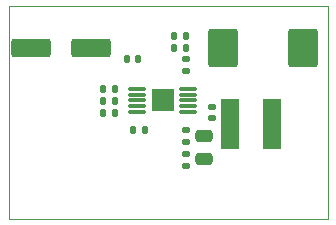
<source format=gbr>
G04 #@! TF.GenerationSoftware,KiCad,Pcbnew,8.0.3*
G04 #@! TF.CreationDate,2024-08-02T23:53:27+02:00*
G04 #@! TF.ProjectId,powermod,706f7765-726d-46f6-942e-6b696361645f,rev?*
G04 #@! TF.SameCoordinates,PXf42400PY2719c40*
G04 #@! TF.FileFunction,Soldermask,Top*
G04 #@! TF.FilePolarity,Negative*
%FSLAX46Y46*%
G04 Gerber Fmt 4.6, Leading zero omitted, Abs format (unit mm)*
G04 Created by KiCad (PCBNEW 8.0.3) date 2024-08-02 23:53:27*
%MOMM*%
%LPD*%
G01*
G04 APERTURE LIST*
G04 Aperture macros list*
%AMRoundRect*
0 Rectangle with rounded corners*
0 $1 Rounding radius*
0 $2 $3 $4 $5 $6 $7 $8 $9 X,Y pos of 4 corners*
0 Add a 4 corners polygon primitive as box body*
4,1,4,$2,$3,$4,$5,$6,$7,$8,$9,$2,$3,0*
0 Add four circle primitives for the rounded corners*
1,1,$1+$1,$2,$3*
1,1,$1+$1,$4,$5*
1,1,$1+$1,$6,$7*
1,1,$1+$1,$8,$9*
0 Add four rect primitives between the rounded corners*
20,1,$1+$1,$2,$3,$4,$5,0*
20,1,$1+$1,$4,$5,$6,$7,0*
20,1,$1+$1,$6,$7,$8,$9,0*
20,1,$1+$1,$8,$9,$2,$3,0*%
G04 Aperture macros list end*
%ADD10RoundRect,0.250000X1.412500X0.550000X-1.412500X0.550000X-1.412500X-0.550000X1.412500X-0.550000X0*%
%ADD11R,1.830000X1.890000*%
%ADD12RoundRect,0.075000X-0.650000X-0.075000X0.650000X-0.075000X0.650000X0.075000X-0.650000X0.075000X0*%
%ADD13RoundRect,0.135000X-0.185000X0.135000X-0.185000X-0.135000X0.185000X-0.135000X0.185000X0.135000X0*%
%ADD14RoundRect,0.135000X0.135000X0.185000X-0.135000X0.185000X-0.135000X-0.185000X0.135000X-0.185000X0*%
%ADD15RoundRect,0.135000X-0.135000X-0.185000X0.135000X-0.185000X0.135000X0.185000X-0.135000X0.185000X0*%
%ADD16RoundRect,0.135000X0.185000X-0.135000X0.185000X0.135000X-0.185000X0.135000X-0.185000X-0.135000X0*%
%ADD17R,1.500000X4.200000*%
%ADD18RoundRect,0.250000X1.000000X-1.400000X1.000000X1.400000X-1.000000X1.400000X-1.000000X-1.400000X0*%
%ADD19RoundRect,0.140000X0.170000X-0.140000X0.170000X0.140000X-0.170000X0.140000X-0.170000X-0.140000X0*%
%ADD20RoundRect,0.140000X-0.140000X-0.170000X0.140000X-0.170000X0.140000X0.170000X-0.140000X0.170000X0*%
%ADD21RoundRect,0.250000X0.475000X-0.250000X0.475000X0.250000X-0.475000X0.250000X-0.475000X-0.250000X0*%
%ADD22RoundRect,0.140000X0.140000X0.170000X-0.140000X0.170000X-0.140000X-0.170000X0.140000X-0.170000X0*%
G04 #@! TA.AperFunction,Profile*
%ADD23C,0.120000*%
G04 #@! TD*
G04 APERTURE END LIST*
D10*
X6930640Y-1500000D03*
X1855640Y-1500000D03*
D11*
X13040000Y-5970000D03*
D12*
X10890000Y-4970000D03*
X10890000Y-5470000D03*
X10890000Y-5970000D03*
X10890000Y-6470000D03*
X10890000Y-6970000D03*
X15190000Y-6970000D03*
X15190000Y-6470000D03*
X15190000Y-5970000D03*
X15190000Y-5470000D03*
X15190000Y-4970000D03*
D13*
X15000000Y-2490000D03*
X15000000Y-3510000D03*
D14*
X11510000Y-8500000D03*
X10490000Y-8500000D03*
X9010000Y-5000000D03*
X7990000Y-5000000D03*
X9010000Y-7000000D03*
X7990000Y-7000000D03*
D15*
X7990000Y-6000000D03*
X9010000Y-6000000D03*
D16*
X15000000Y-9510000D03*
X15000000Y-8490000D03*
X15000000Y-11510000D03*
X15000000Y-10490000D03*
D17*
X18700000Y-8000000D03*
X22300000Y-8000000D03*
D18*
X18100000Y-1500000D03*
X24900000Y-1500000D03*
D19*
X17204121Y-7495657D03*
X17204121Y-6535657D03*
D20*
X14020000Y-1500000D03*
X14980000Y-1500000D03*
X10020000Y-2500000D03*
X10980000Y-2500000D03*
D21*
X16500000Y-10900000D03*
X16500000Y-9000000D03*
D22*
X14980000Y-500000D03*
X14020000Y-500000D03*
D23*
X0Y-16000000D02*
X27000000Y-16000000D01*
X27000000Y2000000D02*
X0Y2000000D01*
X27000000Y-16000000D02*
X27000000Y2000000D01*
X0Y2000000D02*
X0Y-16000000D01*
M02*

</source>
